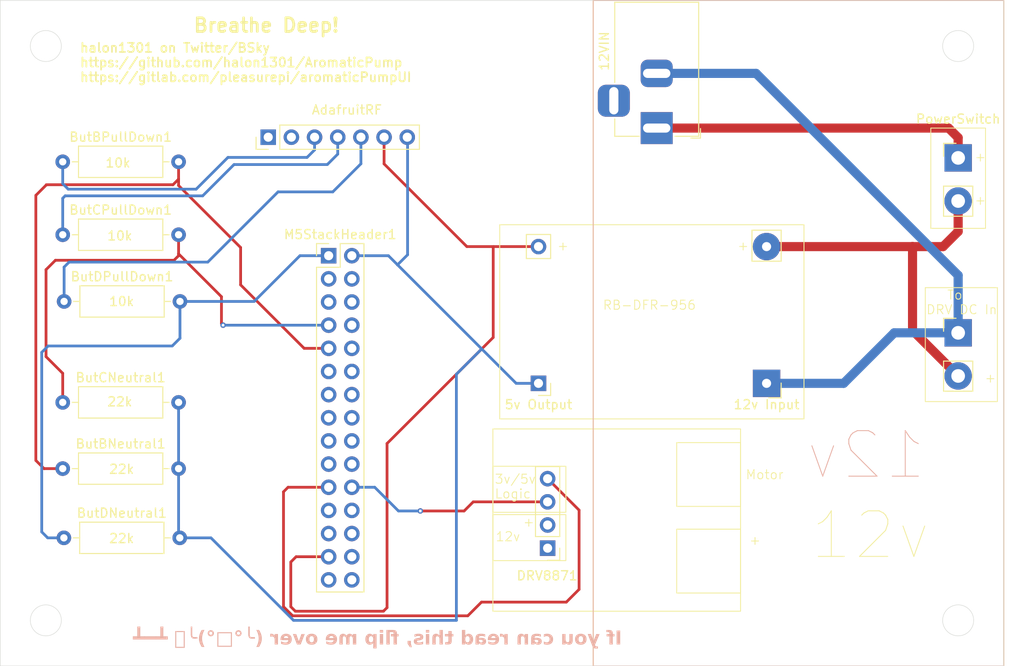
<source format=kicad_pcb>
(kicad_pcb (version 20240108) (generator "pcbnew") (generator_version "8.0")
  (title_block (title "Popper Pump") (date "2024-06-02") (rev "1.6"))
  (layers (0 "F.Cu" signal) (31 "B.Cu" signal) (34 "B.Paste" user) (35 "F.Paste" user) (36 "B.SilkS" user "B.Silkscreen") (37 "F.SilkS" user "F.Silkscreen") (38 "B.Mask" user) (39 "F.Mask" user) (44 "Edge.Cuts" user))
  (net 0 "")
  (net 1 "Net-(AdafruitRF315MhzMomentary1-Pin_5)")
  (net 3 "VCC")
  (net 4 "Net-(AdafruitRF315MhzMomentary1-Pin_3)")
  (net 5 "Net-(AdafruitRF315MhzMomentary1-Pin_4)")
  (net 7 "GND")
  (net 8 "Net-(M5StackHeader1-Pin_9)")
  (net 11 "Net-(M5StackHeader1-Pin_7)")
  (net 15 "Net-(M5StackHeader1-Pin_1)")
  (net 34 "Net-(BuckConverter1-Pin_2)")
  (net 37 "Net-(DRV8871-Pin_3)")
  (net 38 "Net-(DRV8871-Pin_4)")
  (footprint "Connector_BarrelJack:BarrelJack_Horizontal" (layer "F.Cu") (at 165.7075 71 -90)
    (property "Reference" "12VIN" (at -8.45 5.75 90) (layer "F.SilkS"))
    (property "Value" "Barrel_Jack")
    (fp_line (start -13.8 4.6) (end -13.8 -4.6) (stroke (width 0.12)) (layer "F.SilkS"))
    (fp_line (start -5 4.6) (end -13.8 4.6) (stroke (width 0.12)) (layer "F.SilkS"))
    (fp_line (start 0.9 4.6) (end -1 4.6) (stroke (width 0.12)) (layer "F.SilkS"))
    (fp_line (start 0.9 1.9) (end 0.9 4.6) (stroke (width 0.12)) (layer "F.SilkS"))
    (fp_line (start 1.1 -3.75) (end 1.1 -4.8) (stroke (width 0.12)) (layer "F.SilkS"))
    (fp_line (start -13.8 -4.6) (end 0.9 -4.6) (stroke (width 0.12)) (layer "F.SilkS"))
    (fp_line (start 0.9 -4.6) (end 0.9 -2) (stroke (width 0.12)) (layer "F.SilkS"))
    (fp_line (start 0.05 -4.8) (end 1.1 -4.8) (stroke (width 0.12)) (layer "F.SilkS"))
    (pad "1" thru_hole rect (at 0 0 270) (size 3.5 3.5) (drill oval 1 3) (layers "*.Cu" "*.Mask") (net 3 "VCC"))
    (pad "2" thru_hole roundrect (at -6 0 270) (size 3 3.5) (drill oval 1 3) (layers "*.Cu" "*.Mask") (net 7 "GND"))
    (pad "3" thru_hole roundrect (at -3 4.7 270) (size 3.5 3.5) (drill oval 3 1) (layers "*.Cu" "*.Mask"))
  )
  (footprint "Resistor_THT:R_Axial_DIN0309_L9.0mm_D3.2mm_P12.70mm_Horizontal" (layer "F.Cu") (at 100.7524 90.01568)
    (property "Reference" "ButDPullDown1" (at 6.35 -2.72 0) (layer "F.SilkS"))
    (property "Value" "10k	")
    (fp_line (start 1.04 0) (end 1.73 0) (stroke (width 0.12)) (layer "F.SilkS"))
    (fp_line (start 1.73 -1.72) (end 1.73 1.72) (stroke (width 0.12)) (layer "F.SilkS"))
    (fp_line (start 1.73 1.72) (end 10.97 1.72) (stroke (width 0.12)) (layer "F.SilkS"))
    (fp_line (start 10.97 -1.72) (end 1.73 -1.72) (stroke (width 0.12)) (layer "F.SilkS"))
    (fp_line (start 10.97 1.72) (end 10.97 -1.72) (stroke (width 0.12)) (layer "F.SilkS"))
    (fp_line (start 11.66 0) (end 10.97 0) (stroke (width 0.12)) (layer "F.SilkS"))
    (pad "1" thru_hole circle (at 0 0) (size 1.6 1.6) (drill 0.8) (layers "*.Cu" "*.Mask") (net 1 "Net-(AdafruitRF315MhzMomentary1-Pin_5)"))
    (pad "2" thru_hole oval (at 12.7 0) (size 1.6 1.6) (drill 0.8) (layers "*.Cu" "*.Mask") (net 15 "Net-(M5StackHeader1-Pin_1)"))
  )
  (footprint "Resistor_THT:R_Axial_DIN0309_L9.0mm_D3.2mm_P12.70mm_Horizontal" (layer "F.Cu") (at 100.727 115.94908)
    (property "Reference" "ButDNeutral1" (at 6.35 -2.72 0) (layer "F.SilkS"))
    (property "Value" "22k")
    (fp_line (start 1.04 0) (end 1.73 0) (stroke (width 0.12)) (layer "F.SilkS"))
    (fp_line (start 1.73 -1.72) (end 1.73 1.72) (stroke (width 0.12)) (layer "F.SilkS"))
    (fp_line (start 1.73 1.72) (end 10.97 1.72) (stroke (width 0.12)) (layer "F.SilkS"))
    (fp_line (start 10.97 -1.72) (end 1.73 -1.72) (stroke (width 0.12)) (layer "F.SilkS"))
    (fp_line (start 10.97 1.72) (end 10.97 -1.72) (stroke (width 0.12)) (layer "F.SilkS"))
    (fp_line (start 11.66 0) (end 10.97 0) (stroke (width 0.12)) (layer "F.SilkS"))
    (pad "1" thru_hole circle (at 0 0) (size 1.6 1.6) (drill 0.8) (layers "*.Cu" "*.Mask") (net 15 "Net-(M5StackHeader1-Pin_1)"))
    (pad "2" thru_hole oval (at 12.7 0) (size 1.6 1.6) (drill 0.8) (layers "*.Cu" "*.Mask") (net 7 "GND"))
  )
  (footprint "Resistor_THT:R_Axial_DIN0309_L9.0mm_D3.2mm_P12.70mm_Horizontal" (layer "F.Cu") (at 100.6 108.35448)
    (property "Reference" "ButBNeutral1" (at 6.35 -2.72 0) (layer "F.SilkS"))
    (property "Value" "22k")
    (fp_line (start 1.04 0) (end 1.73 0) (stroke (width 0.12)) (layer "F.SilkS"))
    (fp_line (start 1.73 -1.72) (end 1.73 1.72) (stroke (width 0.12)) (layer "F.SilkS"))
    (fp_line (start 1.73 1.72) (end 10.97 1.72) (stroke (width 0.12)) (layer "F.SilkS"))
    (fp_line (start 10.97 -1.72) (end 1.73 -1.72) (stroke (width 0.12)) (layer "F.SilkS"))
    (fp_line (start 10.97 1.72) (end 10.97 -1.72) (stroke (width 0.12)) (layer "F.SilkS"))
    (fp_line (start 11.66 0) (end 10.97 0) (stroke (width 0.12)) (layer "F.SilkS"))
    (pad "1" thru_hole circle (at 0 0) (size 1.6 1.6) (drill 0.8) (layers "*.Cu" "*.Mask") (net 8 "Net-(M5StackHeader1-Pin_9)"))
    (pad "2" thru_hole oval (at 12.7 0) (size 1.6 1.6) (drill 0.8) (layers "*.Cu" "*.Mask") (net 7 "GND"))
  )
  (footprint "Resistor_THT:R_Axial_DIN0309_L9.0mm_D3.2mm_P12.70mm_Horizontal" (layer "F.Cu") (at 100.6 74.69948)
    (property "Reference" "ButBPullDown1" (at 6.35 -2.72 0) (layer "F.SilkS"))
    (property "Value" "10k	" (hide yes))
    (fp_line (start 1.04 0) (end 1.73 0) (stroke (width 0.12)) (layer "F.SilkS"))
    (fp_line (start 1.73 -1.72) (end 1.73 1.72) (stroke (width 0.12)) (layer "F.SilkS"))
    (fp_line (start 1.73 1.72) (end 10.97 1.72) (stroke (width 0.12)) (layer "F.SilkS"))
    (fp_line (start 10.97 -1.72) (end 1.73 -1.72) (stroke (width 0.12)) (layer "F.SilkS"))
    (fp_line (start 10.97 1.72) (end 10.97 -1.72) (stroke (width 0.12)) (layer "F.SilkS"))
    (fp_line (start 11.66 0) (end 10.97 0) (stroke (width 0.12)) (layer "F.SilkS"))
    (pad "1" thru_hole circle (at 0 0) (size 1.6 1.6) (drill 0.8) (layers "*.Cu" "*.Mask") (net 4 "Net-(AdafruitRF315MhzMomentary1-Pin_3)"))
    (pad "2" thru_hole oval (at 12.7 0) (size 1.6 1.6) (drill 0.8) (layers "*.Cu" "*.Mask") (net 8 "Net-(M5StackHeader1-Pin_9)"))
  )
  (footprint "Connector_PinHeader_2.54mm:PinHeader_2x15_P2.54mm_Vertical" (layer "F.Cu") (at 129.75 85)
    (property "Reference" "M5StackHeader1" (at 1.27 -2.33 0) (layer "F.SilkS"))
    (property "Value" "M5StackGPIO")
    (fp_line (start -1.33 -1.33) (end 0 -1.33) (stroke (width 0.12)) (layer "F.SilkS"))
    (fp_line (start -1.33 0) (end -1.33 -1.33) (stroke (width 0.12)) (layer "F.SilkS"))
    (fp_line (start -1.33 1.27) (end -1.33 36.89) (stroke (width 0.12)) (layer "F.SilkS"))
    (fp_line (start -1.33 1.27) (end 1.27 1.27) (stroke (width 0.12)) (layer "F.SilkS"))
    (fp_line (start -1.33 36.89) (end 3.87 36.89) (stroke (width 0.12)) (layer "F.SilkS"))
    (fp_line (start 1.27 -1.33) (end 3.87 -1.33) (stroke (width 0.12)) (layer "F.SilkS"))
    (fp_line (start 1.27 1.27) (end 1.27 -1.33) (stroke (width 0.12)) (layer "F.SilkS"))
    (fp_line (start 3.87 -1.33) (end 3.87 36.89) (stroke (width 0.12)) (layer "F.SilkS"))
    (pad "1" thru_hole rect (at 0 0) (size 1.7 1.7) (drill 1) (layers "*.Cu" "*.Mask") (net 15 "Net-(M5StackHeader1-Pin_1)"))
    (pad "2" thru_hole oval (at 2.54 0) (size 1.7 1.7) (drill 1) (layers "*.Cu" "*.Mask") (net 7 "GND"))
    (pad "3" thru_hole oval (at 0 2.54) (size 1.7 1.7) (drill 1) (layers "*.Cu" "*.Mask"))
    (pad "4" thru_hole oval (at 2.54 2.54) (size 1.7 1.7) (drill 1) (layers "*.Cu" "*.Mask"))
    (pad "5" thru_hole oval (at 0 5.08) (size 1.7 1.7) (drill 1) (layers "*.Cu" "*.Mask"))
    (pad "6" thru_hole oval (at 2.54 5.08) (size 1.7 1.7) (drill 1) (layers "*.Cu" "*.Mask"))
    (pad "7" thru_hole oval (at 0 7.62) (size 1.7 1.7) (drill 1) (layers "*.Cu" "*.Mask") (net 11 "Net-(M5StackHeader1-Pin_7)"))
    (pad "8" thru_hole oval (at 2.54 7.62) (size 1.7 1.7) (drill 1) (layers "*.Cu" "*.Mask"))
    (pad "9" thru_hole oval (at 0 10.16) (size 1.7 1.7) (drill 1) (layers "*.Cu" "*.Mask") (net 8 "Net-(M5StackHeader1-Pin_9)"))
    (pad "10" thru_hole oval (at 2.54 10.16) (size 1.7 1.7) (drill 1) (layers "*.Cu" "*.Mask"))
    (pad "11" thru_hole oval (at 0 12.7) (size 1.7 1.7) (drill 1) (layers "*.Cu" "*.Mask"))
    (pad "12" thru_hole oval (at 2.54 12.7) (size 1.7 1.7) (drill 1) (layers "*.Cu" "*.Mask"))
    (pad "13" thru_hole oval (at 0 15.24) (size 1.7 1.7) (drill 1) (layers "*.Cu" "*.Mask"))
    (pad "14" thru_hole oval (at 2.54 15.24) (size 1.7 1.7) (drill 1) (layers "*.Cu" "*.Mask"))
    (pad "15" thru_hole oval (at 0 17.78) (size 1.7 1.7) (drill 1) (layers "*.Cu" "*.Mask"))
    (pad "16" thru_hole oval (at 2.54 17.78) (size 1.7 1.7) (drill 1) (layers "*.Cu" "*.Mask"))
    (pad "17" thru_hole oval (at 0 20.32) (size 1.7 1.7) (drill 1) (layers "*.Cu" "*.Mask"))
    (pad "18" thru_hole oval (at 2.54 20.32) (size 1.7 1.7) (drill 1) (layers "*.Cu" "*.Mask"))
    (pad "19" thru_hole oval (at 0 22.86) (size 1.7 1.7) (drill 1) (layers "*.Cu" "*.Mask"))
    (pad "20" thru_hole oval (at 2.54 22.86) (size 1.7 1.7) (drill 1) (layers "*.Cu" "*.Mask"))
    (pad "21" thru_hole oval (at 0 25.4) (size 1.7 1.7) (drill 1) (layers "*.Cu" "*.Mask") (net 38 "Net-(DRV8871-Pin_4)"))
    (pad "22" thru_hole oval (at 2.54 25.4) (size 1.7 1.7) (drill 1) (layers "*.Cu" "*.Mask") (net 37 "Net-(DRV8871-Pin_3)"))
    (pad "23" thru_hole oval (at 0 27.94) (size 1.7 1.7) (drill 1) (layers "*.Cu" "*.Mask"))
    (pad "24" thru_hole oval (at 2.54 27.94) (size 1.7 1.7) (drill 1) (layers "*.Cu" "*.Mask"))
    (pad "25" thru_hole oval (at 0 30.48) (size 1.7 1.7) (drill 1) (layers "*.Cu" "*.Mask"))
    (pad "26" thru_hole oval (at 2.54 30.48) (size 1.7 1.7) (drill 1) (layers "*.Cu" "*.Mask"))
    (pad "27" thru_hole oval (at 0 33.02) (size 1.7 1.7) (drill 1) (layers "*.Cu" "*.Mask") (net 3 "VCC"))
    (pad "28" thru_hole oval (at 2.54 33.02) (size 1.7 1.7) (drill 1) (layers "*.Cu" "*.Mask"))
    (pad "29" thru_hole oval (at 0 35.56) (size 1.7 1.7) (drill 1) (layers "*.Cu" "*.Mask"))
    (pad "30" thru_hole oval (at 2.54 35.56) (size 1.7 1.7) (drill 1) (layers "*.Cu" "*.Mask"))
  )
  (footprint "Custom:PinHeader_1x02_P2.54mm_Vertical-BuckConverter-DFR-956" (layer "F.Cu") (at 152.75 99 180)
    (property "Reference" "5v Output" (at 0 -2.33 180) (layer "F.SilkS"))
    (property "Value" "RB-Dfr-956-5vout")
    (fp_line (start 1.33 13.7) (end 1.33 16.3) (stroke (width 0.12)) (layer "F.SilkS"))
    (fp_line (start -1.33 16.33) (end 1.33 16.33) (stroke (width 0.12)) (layer "F.SilkS"))
    (fp_line (start -1.33 13.7) (end -1.33 16.3) (stroke (width 0.12)) (layer "F.SilkS"))
    (fp_line (start -1.33 13.69) (end 1.33 13.69) (stroke (width 0.12)) (layer "F.SilkS"))
    (fp_line (start -1.33 0) (end -1.33 -1.33) (stroke (width 0.12)) (layer "F.SilkS"))
    (fp_line (start -1.33 -1.33) (end 0 -1.33) (stroke (width 0.12)) (layer "F.SilkS"))
    (pad "1" thru_hole rect (at 0 0 180) (size 1.7 1.7) (drill 1) (layers "*.Cu" "*.Mask") (net 7 "GND"))
    (pad "2" thru_hole oval (at 0 15 180) (size 1.7 1.7) (drill 1) (layers "*.Cu" "*.Mask") (net 3 "VCC"))
  )
  (footprint "Connector_PinHeader_2.54mm:PinHeader_1x04_P2.54mm_Vertical" (layer "F.Cu") (at 153.75 117.08 180)
    (property "Reference" "DRV8871" (at 0.05 -3.02 180) (layer "F.SilkS"))
    (property "Value" "DRV8871")
    (fp_line (start 1.33 1.27) (end 1.33 8.95) (stroke (width 0.12)) (layer "F.SilkS"))
    (fp_line (start -1.33 8.95) (end 1.33 8.95) (stroke (width 0.12)) (layer "F.SilkS"))
    (fp_line (start -1.33 1.27) (end 1.33 1.27) (stroke (width 0.12)) (layer "F.SilkS"))
    (fp_line (start -1.33 1.27) (end -1.33 8.95) (stroke (width 0.12)) (layer "F.SilkS"))
    (fp_line (start -1.33 0) (end -1.33 -1.33) (stroke (width 0.12)) (layer "F.SilkS"))
    (fp_line (start -1.33 -1.33) (end 0 -1.33) (stroke (width 0.12)) (layer "F.SilkS"))
    (pad "1" thru_hole rect (at 0 0 180) (size 1.7 1.7) (drill 1) (layers "*.Cu" "*.Mask"))
    (pad "2" thru_hole oval (at 0 2.54 180) (size 1.7 1.7) (drill 1) (layers "*.Cu" "*.Mask"))
    (pad "3" thru_hole oval (at 0 5.08 180) (size 1.7 1.7) (drill 1) (layers "*.Cu" "*.Mask") (net 37 "Net-(DRV8871-Pin_3)"))
    (pad "4" thru_hole oval (at 0 7.62 180) (size 1.7 1.7) (drill 1) (layers "*.Cu" "*.Mask") (net 38 "Net-(DRV8871-Pin_4)"))
  )
  (footprint "Custom:PinHeader_1x02_ForScrewBlock-1.5mmHole" (layer "F.Cu") (at 198.75 74.27)
    (property "Reference" "PowerSwitch" (at 0 -4.27 0) (layer "F.SilkS"))
    (property "Value" "SW_SPDT" (hide yes))
    (fp_line (start -1.6 -1.6) (end -0.235 -1.6) (stroke (width 0.12)) (layer "F.SilkS"))
    (fp_line (start -1.6 -0.17) (end -1.6 -1.6) (stroke (width 0.12)) (layer "F.SilkS"))
    (fp_line (start -1.6 3.1) (end -1.6 6.4) (stroke (width 0.12)) (layer "F.SilkS"))
    (fp_line (start -1.6 3.1) (end 1.6 3.1) (stroke (width 0.12)) (layer "F.SilkS"))
    (fp_line (start -1.6 6.4) (end 1.6 6.4) (stroke (width 0.12)) (layer "F.SilkS"))
    (fp_line (start 1.6 3.1) (end 1.6 6.4) (stroke (width 0.12)) (layer "F.SilkS"))
    (pad "1" thru_hole rect (at 0 0) (size 3 3) (drill 1.5) (layers "*.Cu" "*.Mask") (net 3 "VCC"))
    (pad "2" thru_hole oval (at 0 4.73) (size 3 3) (drill 1.5) (layers "*.Cu" "*.Mask") (net 3 "VCC"))
  )
  (footprint "Resistor_THT:R_Axial_DIN0309_L9.0mm_D3.2mm_P12.70mm_Horizontal" (layer "F.Cu") (at 100.6 101.09008)
    (property "Reference" "ButCNeutral1" (at 6.35 -2.72 0) (layer "F.SilkS"))
    (property "Value" "22k")
    (fp_line (start 1.04 0) (end 1.73 0) (stroke (width 0.12)) (layer "F.SilkS"))
    (fp_line (start 1.73 -1.72) (end 1.73 1.72) (stroke (width 0.12)) (layer "F.SilkS"))
    (fp_line (start 1.73 1.72) (end 10.97 1.72) (stroke (width 0.12)) (layer "F.SilkS"))
    (fp_line (start 10.97 -1.72) (end 1.73 -1.72) (stroke (width 0.12)) (layer "F.SilkS"))
    (fp_line (start 10.97 1.72) (end 10.97 -1.72) (stroke (width 0.12)) (layer "F.SilkS"))
    (fp_line (start 11.66 0) (end 10.97 0) (stroke (width 0.12)) (layer "F.SilkS"))
    (pad "1" thru_hole circle (at 0 0) (size 1.6 1.6) (drill 0.8) (layers "*.Cu" "*.Mask") (net 11 "Net-(M5StackHeader1-Pin_7)"))
    (pad "2" thru_hole oval (at 12.7 0) (size 1.6 1.6) (drill 0.8) (layers "*.Cu" "*.Mask") (net 7 "GND"))
  )
  (footprint "Connector_PinHeader_2.54mm:PinHeader_1x07_P2.54mm_Vertical" (layer "F.Cu") (at 123.125 72 90)
    (property "Reference" "AdafruitRF" (at 3 8.625 180) (layer "F.SilkS"))
    (property "Value" "Adafruit-1096")
    (fp_line (start -1.33 -1.33) (end 0 -1.33) (stroke (width 0.12)) (layer "F.SilkS"))
    (fp_line (start -1.33 0) (end -1.33 -1.33) (stroke (width 0.12)) (layer "F.SilkS"))
    (fp_line (start 1.33 1.27) (end 1.33 16.57) (stroke (width 0.12)) (layer "F.SilkS"))
    (fp_line (start -1.33 1.27) (end 1.33 1.27) (stroke (width 0.12)) (layer "F.SilkS"))
    (fp_line (start -1.33 1.27) (end -1.33 16.57) (stroke (width 0.12)) (layer "F.SilkS"))
    (fp_line (start -1.33 16.57) (end 1.33 16.57) (stroke (width 0.12)) (layer "F.SilkS"))
    (pad "1" thru_hole rect (at 0 0 90) (size 1.7 1.7) (drill 1) (layers "*.Cu" "*.Mask"))
    (pad "2" thru_hole oval (at 0 2.54 90) (size 1.7 1.7) (drill 1) (layers "*.Cu" "*.Mask"))
    (pad "3" thru_hole oval (at 0 5.08 90) (size 1.7 1.7) (drill 1) (layers "*.Cu" "*.Mask") (net 4 "Net-(AdafruitRF315MhzMomentary1-Pin_3)"))
    (pad "4" thru_hole oval (at 0 7.62 90) (size 1.7 1.7) (drill 1) (layers "*.Cu" "*.Mask") (net 5 "Net-(AdafruitRF315MhzMomentary1-Pin_4)"))
    (pad "5" thru_hole oval (at 0 10.16 90) (size 1.7 1.7) (drill 1) (layers "*.Cu" "*.Mask") (net 1 "Net-(AdafruitRF315MhzMomentary1-Pin_5)"))
    (pad "6" thru_hole oval (at 0 12.7 90) (size 1.7 1.7) (drill 1) (layers "*.Cu" "*.Mask") (net 3 "VCC"))
    (pad "7" thru_hole oval (at 0 15.24 90) (size 1.7 1.7) (drill 1) (layers "*.Cu" "*.Mask") (net 7 "GND"))
  )
  (footprint "Resistor_THT:R_Axial_DIN0309_L9.0mm_D3.2mm_P12.70mm_Horizontal" (layer "F.Cu") (at 100.6 82.69948)
    (property "Reference" "ButCPullDown1" (at 6.35 -2.72 0) (layer "F.SilkS"))
    (property "Value" "10k" (hide yes))
    (fp_line (start 1.04 0) (end 1.73 0) (stroke (width 0.12)) (layer "F.SilkS"))
    (fp_line (start 1.73 -1.72) (end 1.73 1.72) (stroke (width 0.12)) (layer "F.SilkS"))
    (fp_line (start 1.73 1.72) (end 10.97 1.72) (stroke (width 0.12)) (layer "F.SilkS"))
    (fp_line (start 10.97 -1.72) (end 1.73 -1.72) (stroke (width 0.12)) (layer "F.SilkS"))
    (fp_line (start 10.97 1.72) (end 10.97 -1.72) (stroke (width 0.12)) (layer "F.SilkS"))
    (fp_line (start 11.66 0) (end 10.97 0) (stroke (width 0.12)) (layer "F.SilkS"))
    (pad "1" thru_hole circle (at 0 0) (size 1.6 1.6) (drill 0.8) (layers "*.Cu" "*.Mask") (net 5 "Net-(AdafruitRF315MhzMomentary1-Pin_4)"))
    (pad "2" thru_hole oval (at 12.7 0) (size 1.6 1.6) (drill 0.8) (layers "*.Cu" "*.Mask") (net 11 "Net-(M5StackHeader1-Pin_7)"))
  )
  (footprint "Custom:PinHeader_1x02_ForScrewBlock-1.5mmHole" (layer "F.Cu") (at 198.75 93.46)
    (property "Reference" "DRV1" (hide yes))
    (property "Value" "DRV8871-VIN-12v")
    (fp_line (start -1.6 -1.6) (end -0.235 -1.6) (stroke (width 0.12)) (layer "F.SilkS"))
    (fp_line (start -1.6 -0.17) (end -1.6 -1.6) (stroke (width 0.12)) (layer "F.SilkS"))
    (fp_line (start -1.6 3.1) (end -1.6 6.4) (stroke (width 0.12)) (layer "F.SilkS"))
    (fp_line (start -1.6 3.1) (end 1.6 3.1) (stroke (width 0.12)) (layer "F.SilkS"))
    (fp_line (start -1.6 6.4) (end 1.6 6.4) (stroke (width 0.12)) (layer "F.SilkS"))
    (fp_line (start 1.6 3.1) (end 1.6 6.4) (stroke (width 0.12)) (layer "F.SilkS"))
    (pad "1" thru_hole rect (at 0 0) (size 3 3) (drill 1.5) (layers "*.Cu" "*.Mask") (net 7 "GND"))
    (pad "2" thru_hole oval (at 0 4.73) (size 3 3) (drill 1.5) (layers "*.Cu" "*.Mask") (net 34 "Net-(BuckConverter1-Pin_2)"))
  )
  (footprint "Custom:PinHeader_1x02_P2.54mm_Vertical-BuckConverter-DFR-956" (layer "F.Cu") (at 177.75 99 180)
    (property "Reference" "12v Input" (at 0 -2.33 180) (layer "F.SilkS"))
    (property "Value" "RB-Dfr-956-12vin")
    (fp_line (start 1.6 13.4) (end 1.6 16.8) (stroke (width 0.12)) (layer "F.SilkS"))
    (fp_line (start -1.6 16.8) (end 1.6 16.8) (stroke (width 0.12)) (layer "F.SilkS"))
    (fp_line (start -1.6 13.4) (end 1.6 13.4) (stroke (width 0.12)) (layer "F.SilkS"))
    (fp_line (start -1.6 13.4) (end -1.6 16.8) (stroke (width 0.12)) (layer "F.SilkS"))
    (fp_line (start -1.6 0.03) (end -1.6 -1.6) (stroke (width 0.12)) (layer "F.SilkS"))
    (fp_line (start -1.6 -1.6) (end -0.235 -1.6) (stroke (width 0.12)) (layer "F.SilkS"))
    (pad "1" thru_hole rect (at 0 0 180) (size 3 3) (drill 1) (layers "*.Cu" "*.Mask") (net 7 "GND"))
    (pad "2" thru_hole oval (at 0 15 180) (size 3 3) (drill 1) (layers "*.Cu" "*.Mask") (net 3 "VCC"))
  )
  (gr_rect (start 158.75 57) (end 203.75 130) (stroke (width 0.1)) (fill none) (layer "B.SilkS"))
  (gr_rect (start 195.75 71) (end 201.75 82) (stroke (width 0.1)) (fill none) (layer "F.SilkS"))
  (gr_rect (start 195.15 88.5) (end 203.05 101) (stroke (width 0.1)) (fill none) (layer "F.SilkS"))
  (gr_rect (start 147.75 104) (end 174.9 124) (stroke (width 0.1)) (fill none) (layer "F.SilkS"))
  (gr_rect (start 158.75 57) (end 203.75 130) (stroke (width 0.1)) (fill none) (layer "F.SilkS"))
  (gr_rect (start 167.9 105.5) (end 174.9 112.5) (stroke (width 0.1)) (fill none) (layer "F.SilkS"))
  (gr_rect (start 147.75 108.1) (end 155.75 113.15) (stroke (width 0.1)) (fill none) (layer "F.SilkS"))
  (gr_rect (start 167.9 115) (end 174.9 122) (stroke (width 0.1)) (fill none) (layer "F.SilkS"))
  (gr_rect (start 148.5 81.6) (end 181.85 102.9) (stroke (width 0.1)) (fill none) (layer "F.SilkS"))
  (gr_rect (start 147.75 113.4) (end 155.75 118.45) (stroke (width 0.1)) (fill none) (layer "F.SilkS"))
  (gr_line (start 93.75 130) (end 93.75 57) (stroke (width 0.05)) (layer "Edge.Cuts"))
  (gr_circle (center 98.75 62) (end 100.45 62) (stroke (width 0.05)) (fill none) (layer "Edge.Cuts"))
  (gr_line (start 203.75 57) (end 203.75 130) (stroke (width 0.05)) (layer "Edge.Cuts"))
  (gr_circle (center 198.75 62) (end 200.45 62) (stroke (width 0.05)) (fill none) (layer "Edge.Cuts"))
  (gr_line (start 203.75 130) (end 93.75 130) (stroke (width 0.05)) (layer "Edge.Cuts"))
  (gr_line (start 93.75 57) (end 203.75 57) (stroke (width 0.05)) (layer "Edge.Cuts"))
  (gr_circle (center 98.75 125) (end 100.45 125) (stroke (width 0.05)) (fill none) (layer "Edge.Cuts"))
  (gr_circle (center 198.75 125) (end 200.45 125) (stroke (width 0.05)) (fill none) (layer "Edge.Cuts"))
  (gr_text "If you can read this, flip me over (╯°□°)╯︵ ┻━┻" (at 161.9 127.9 0) (layer "B.SilkS") (effects (font (size 1.5 1.5) (thickness 0.3) (bold yes)) (justify left bottom mirror)))
  (gr_text "12v" (at 195.4 109.8 0) (layer "B.SilkS") (effects (font (size 5 5) (thickness 0.1)) (justify left bottom mirror)))
  (gr_text "+" (at 200.5 74.75 0) (layer "F.SilkS") (effects (font (size 1 1) (thickness 0.1)) (justify left bottom)))
  (gr_text "+" (at 154.75 84.5 0) (layer "F.SilkS") (effects (font (size 1 1) (thickness 0.1)) (justify left bottom)))
  (gr_text "Breathe Deep!" (at 114.8 60.6 0) (layer "F.SilkS") (effects (font (size 1.5 1.5) (thickness 0.3) (bold yes)) (justify left bottom)))
  (gr_text "22k" (at 105.6 116.6 0) (layer "F.SilkS") (effects (font (size 1 1)) (justify left bottom)))
  (gr_text "10k" (at 105.6 90.6 0) (layer "F.SilkS") (effects (font (size 1 1)) (justify left bottom)))
  (gr_text "+" (at 174.5 84.5 0) (layer "F.SilkS") (effects (font (size 1 1) (thickness 0.1)) (justify left bottom)))
  (gr_text "12v" (at 148 116.4 0) (layer "F.SilkS") (effects (font (size 1 1) (thickness 0.1)) (justify left bottom)))
  (gr_text "3v/5v \nLogic" (at 147.9 111.7 0) (layer "F.SilkS") (effects (font (size 1 1) (thickness 0.1)) (justify left bottom)))
  (gr_text "10k" (at 105.2 75.4 0) (layer "F.SilkS") (effects (font (size 1 1)) (justify left bottom)))
  (gr_text "12v" (at 182.4 118.6 0) (layer "F.SilkS") (effects (font (size 5 5) (thickness 0.1)) (justify left bottom)))
  (gr_text "+" (at 200.5 79.5 0) (layer "F.SilkS") (effects (font (size 1 1) (thickness 0.1)) (justify left bottom)))
  (gr_text "22k" (at 105.6 109 0) (layer "F.SilkS") (effects (font (size 1 1)) (justify left bottom)))
  (gr_text "   To\nDRV DC In" (at 195.2 91.5 0) (layer "F.SilkS") (effects (font (size 1 1) (thickness 0.1)) (justify left bottom)))
  (gr_text "+" (at 175.8 116.8 0) (layer "F.SilkS") (effects (font (size 1 1) (thickness 0.1)) (justify left bottom)))
  (gr_text "RB-DFR-956" (at 159.75 91 0) (layer "F.SilkS") (effects (font (size 1 1) (thickness 0.1)) (justify left bottom)))
  (gr_text "10k" (at 105.4 83.4 0) (layer "F.SilkS") (effects (font (size 1 1)) (justify left bottom)))
  (gr_text "Motor" (at 175.4 109.6 0) (layer "F.SilkS") (effects (font (size 1 1) (thickness 0.1)) (justify left bottom)))
  (gr_text "+" (at 201.6 99 0) (layer "F.SilkS") (effects (font (size 1 1) (thickness 0.1)) (justify left bottom)))
  (gr_text "22k" (at 105.4 101.6 0) (layer "F.SilkS") (effects (font (size 1 1)) (justify left bottom)))
  (gr_text "halon1301 on Twitter/BSky\nhttps://github.com/halon1301/AromaticPump\nhttps://gitlab.com/pleasurepi/aromaticPumpUI\n" (at 102.4 66 0) (layer "F.SilkS") (effects (font (size 1 1) (thickness 0.1875)) (justify left bottom)))
  (gr_text "+" (at 151 114.8 0) (layer "F.SilkS") (effects (font (size 1 1) (thickness 0.1)) (justify left bottom)))
  (segment (start 100.7524 86.2476) (end 101.3 85.7) (width 0.3) (layer "B.Cu") (net 1))
  (segment (start 100.7524 90.01568) (end 100.7524 86.2476) (width 0.3) (layer "B.Cu") (net 1))
  (segment (start 124.19808 78) (end 130.2 78) (width 0.3) (layer "B.Cu") (net 1))
  (segment (start 133.285 74.915) (end 133.285 72) (width 0.3) (layer "B.Cu") (net 1))
  (segment (start 101.3 85.7) (end 116.49808 85.7) (width 0.3) (layer "B.Cu") (net 1))
  (segment (start 116.49808 85.7) (end 124.19808 78) (width 0.3) (layer "B.Cu") (net 1))
  (segment (start 130.2 78) (end 133.285 74.915) (width 0.3) (layer "B.Cu") (net 1))
  (segment (start 147.825 84) (end 152.75 84) (width 0.3) (layer "F.Cu") (net 3))
  (segment (start 135.825 74.925) (end 135.825 72) (width 0.3) (layer "F.Cu") (net 3))
  (segment (start 125.6 123.5) (end 125.6 118.6) (width 0.3) (layer "F.Cu") (net 3))
  (segment (start 147.825 84) (end 147.7875 84.0375) (width 0.3) (layer "F.Cu") (net 3))
  (segment (start 147.7875 84.0375) (end 147.7875 93.9625) (width 0.3) (layer "F.Cu") (net 3))
  (segment (start 136.15 105.6) (end 136.15 123.6) (width 0.3) (layer "F.Cu") (net 3))
  (segment (start 147.7875 93.9625) (end 136.15 105.6) (width 0.3) (layer "F.Cu") (net 3))
  (segment (start 198.75 82.35) (end 197.1 84) (width 1) (layer "F.Cu") (net 3))
  (segment (start 193.75 84) (end 193.75 93.19) (width 1) (layer "F.Cu") (net 3))
  (segment (start 198.75 79) (end 198.75 82.35) (width 1) (layer "F.Cu") (net 3))
  (segment (start 144.9 84) (end 135.825 74.925) (width 0.3) (layer "F.Cu") (net 3))
  (segment (start 147.825 84) (end 144.9 84) (width 0.3) (layer "F.Cu") (net 3))
  (segment (start 193.75 84) (end 177.75 84) (width 1) (layer "F.Cu") (net 3))
  (segment (start 135.75 124) (end 126.1 124) (width 0.3) (layer "F.Cu") (net 3))
  (segment (start 197.7 71) (end 198.75 72.05) (width 1) (layer "F.Cu") (net 3))
  (segment (start 193.75 93.19) (end 198.75 98.19) (width 1) (layer "F.Cu") (net 3))
  (segment (start 197.1 84) (end 193.75 84) (width 1) (layer "F.Cu") (net 3))
  (segment (start 165.7075 71) (end 197.7 71) (width 1) (layer "F.Cu") (net 3))
  (segment (start 136.15 123.6) (end 135.75 124) (width 0.3) (layer "F.Cu") (net 3))
  (segment (start 198.75 72.05) (end 198.75 74.27) (width 1) (layer "F.Cu") (net 3))
  (segment (start 126.18 118.02) (end 129.75 118.02) (width 0.3) (layer "F.Cu") (net 3))
  (segment (start 125.6 118.6) (end 126.18 118.02) (width 0.3) (layer "F.Cu") (net 3))
  (segment (start 126.1 124) (end 125.6 123.5) (width 0.3) (layer "F.Cu") (net 3))
  (segment (start 165.7075 71) (end 165.7075 71.9575) (width 0.2) (layer "F.Cu") (net 3))
  (segment (start 118.7102 74.21688) (end 127.38312 74.21688) (width 0.3) (layer "B.Cu") (net 4))
  (segment (start 100.6 74.69948) (end 100.6 77.1) (width 0.3) (layer "B.Cu") (net 4))
  (segment (start 127.38312 74.21688) (end 128.205 73.395) (width 0.3) (layer "B.Cu") (net 4))
  (segment (start 101.19948 77.69948) (end 115.2276 77.69948) (width 0.3) (layer "B.Cu") (net 4))
  (segment (start 128.205 73.395) (end 128.205 72) (width 0.3) (layer "B.Cu") (net 4))
  (segment (start 115.2276 77.69948) (end 118.7102 74.21688) (width 0.3) (layer "B.Cu") (net 4))
  (segment (start 100.6 77.1) (end 101.19948 77.69948) (width 0.3) (layer "B.Cu") (net 4))
  (segment (start 119.37488 75) (end 115.9416 78.43328) (width 0.3) (layer "B.Cu") (net 5))
  (segment (start 130.745 73.855) (end 129.6 75) (width 0.3) (layer "B.Cu") (net 5))
  (segment (start 115.9416 78.43328) (end 100.86672 78.43328) (width 0.3) (layer "B.Cu") (net 5))
  (segment (start 130.745 72) (end 130.745 73.855) (width 0.3) (layer "B.Cu") (net 5))
  (segment (start 129.6 75) (end 119.37488 75) (width 0.3) (layer "B.Cu") (net 5))
  (segment (start 100.86672 78.43328) (end 100.6 78.7) (width 0.3) (layer "B.Cu") (net 5))
  (segment (start 100.6 78.7) (end 100.6 82.69948) (width 0.3) (layer "B.Cu") (net 5))
  (segment (start 132.29 85) (end 136.3 85) (width 0.3) (layer "B.Cu") (net 7))
  (segment (start 138.4 84.9) (end 138.4 72.035) (width 0.3) (layer "B.Cu") (net 7))
  (segment (start 198.75 87.15) (end 198.75 93.46) (width 1) (layer "B.Cu") (net 7))
  (segment (start 137.3 86) (end 138.4 84.9) (width 0.3) (layer "B.Cu") (net 7))
  (segment (start 177.75 99) (end 186.2 99) (width 1) (layer "B.Cu") (net 7))
  (segment (start 136.3 85) (end 137.3 86) (width 0.3) (layer "B.Cu") (net 7))
  (segment (start 143.75 98) (end 143.75 125) (width 0.3) (layer "B.Cu") (net 7))
  (segment (start 176.6 65) (end 198.75 87.15) (width 1) (layer "B.Cu") (net 7))
  (segment (start 125.9 125) (end 116.84908 115.94908) (width 0.3) (layer "B.Cu") (net 7))
  (segment (start 150.3 99) (end 137.3 86) (width 0.3) (layer "B.Cu") (net 7))
  (segment (start 186.2 99) (end 191.74 93.46) (width 1) (layer "B.Cu") (net 7))
  (segment (start 146.525 95.225) (end 143.75 98) (width 0.3) (layer "B.Cu") (net 7))
  (segment (start 113.3 115.82208) (end 113.427 115.94908) (width 0.2) (layer "B.Cu") (net 7))
  (segment (start 152.75 99) (end 152.75 98.45) (width 0.2) (layer "B.Cu") (net 7))
  (segment (start 150.3 99) (end 152.75 99) (width 0.3) (layer "B.Cu") (net 7))
  (segment (start 113.3 108.35448) (end 113.3 115.82208) (width 0.3) (layer "B.Cu") (net 7))
  (segment (start 143.75 125) (end 125.9 125) (width 0.3) (layer "B.Cu") (net 7))
  (segment (start 138.4 72.035) (end 138.365 72) (width 0.3) (layer "B.Cu") (net 7))
  (segment (start 191.74 93.46) (end 198.75 93.46) (width 1) (layer "B.Cu") (net 7))
  (segment (start 113.3 101.09008) (end 113.3 108.35448) (width 0.3) (layer "B.Cu") (net 7))
  (segment (start 116.84908 115.94908) (end 113.427 115.94908) (width 0.3) (layer "B.Cu") (net 7))
  (segment (start 165.7075 65) (end 176.6 65) (width 1) (layer "B.Cu") (net 7))
  (segment (start 97.6536 78.38248) (end 97.6536 107.4536) (width 0.3) (layer "F.Cu") (net 8))
  (segment (start 120.1 88.2) (end 120.1 84.1) (width 0.3) (layer "F.Cu") (net 8))
  (segment (start 113.3 77.3) (end 113.3 76.6) (width 0.3) (layer "F.Cu") (net 8))
  (segment (start 129.75 95.16) (end 127.06 95.16) (width 0.3) (layer "F.Cu") (net 8))
  (segment (start 97.6536 107.4536) (end 98.55448 108.35448) (width 0.3) (layer "F.Cu") (net 8))
  (segment (start 98.7966 77.21408) (end 98.7966 77.23948) (width 0.2) (layer "F.Cu") (net 8))
  (segment (start 120.1 84.1) (end 113.3 77.3) (width 0.3) (layer "F.Cu") (net 8))
  (segment (start 113.3 76.6) (end 112.68592 77.21408) (width 0.3) (layer "F.Cu") (net 8))
  (segment (start 98.7966 77.23948) (end 97.6536 78.38248) (width 0.3) (layer "F.Cu") (net 8))
  (segment (start 98.55448 108.35448) (end 100.6 108.35448) (width 0.3) (layer "F.Cu") (net 8))
  (segment (start 127.06 95.16) (end 120.1 88.2) (width 0.3) (layer "F.Cu") (net 8))
  (segment (start 112.68592 77.21408) (end 98.7966 77.21408) (width 0.3) (layer "F.Cu") (net 8))
  (segment (start 113.3 76.6) (end 113.3 74.69948) (width 0.3) (layer "F.Cu") (net 8))
  (segment (start 118 92.44) (end 118 89.5) (width 0.3) (layer "F.Cu") (net 11))
  (segment (start 118 89.5) (end 113.3 84.8) (width 0.3) (layer "F.Cu") (net 11))
  (segment (start 98.7712 86.5288) (end 98.7712 96.0712) (width 0.3) (layer "F.Cu") (net 11))
  (segment (start 99.8 85.5) (end 98.7712 86.5288) (width 0.3) (layer "F.Cu") (net 11))
  (segment (start 113.3 84.8) (end 113.3 85) (width 0.3) (layer "F.Cu") (net 11))
  (segment (start 98.7712 96.0712) (end 100.6 97.9) (width 0.3) (layer "F.Cu") (net 11))
  (segment (start 113.3 82.69948) (end 113.3 84.8) (width 0.3) (layer "F.Cu") (net 11))
  (segment (start 112.8 85.5) (end 99.8 85.5) (width 0.3) (layer "F.Cu") (net 11))
  (segment (start 113.3 85) (end 112.8 85.5) (width 0.3) (layer "F.Cu") (net 11))
  (segment (start 118.18 92.62) (end 118 92.44) (width 0.3) (layer "F.Cu") (net 11))
  (segment (start 100.6 97.9) (end 100.6 101.09008) (width 0.3) (layer "F.Cu") (net 11))
  (via (at 118.18 92.62) (size 0.6) (drill 0.3) (layers "F.Cu" "B.Cu") (net 11))
  (segment (start 118.18 92.62) (end 129.75 92.62) (width 0.3) (layer "B.Cu") (net 11))
  (segment (start 98.3 95.6) (end 98.3 115.3) (width 0.3) (layer "B.Cu") (net 15))
  (segment (start 99 94.9) (end 98.3 95.6) (width 0.3) (layer "B.Cu") (net 15))
  (segment (start 126.6 85) (end 129.75 85) (width 0.3) (layer "B.Cu") (net 15))
  (segment (start 113.4524 94.05428) (end 112.60668 94.9) (width 0.3) (layer "B.Cu") (net 15))
  (segment (start 98.3 115.3) (end 98.94908 115.94908) (width 0.3) (layer "B.Cu") (net 15))
  (segment (start 121.58432 90.01568) (end 126.6 85) (width 0.3) (layer "B.Cu") (net 15))
  (segment (start 113.4524 90.01568) (end 113.4524 94.05428) (width 0.3) (layer "B.Cu") (net 15))
  (segment (start 113.4524 90.01568) (end 121.58432 90.01568) (width 0.3) (layer "B.Cu") (net 15))
  (segment (start 112.60668 94.9) (end 99 94.9) (width 0.3) (layer "B.Cu") (net 15))
  (segment (start 98.94908 115.94908) (end 100.727 115.94908) (width 0.3) (layer "B.Cu") (net 15))
  (segment (start 139.8 113) (end 144.6 113) (width 0.3) (layer "F.Cu") (net 37))
  (segment (start 144.6 113) (end 145.6 112) (width 0.3) (layer "F.Cu") (net 37))
  (segment (start 145.6 112) (end 153.75 112) (width 0.3) (layer "F.Cu") (net 37))
  (via (at 139.8 113) (size 0.6) (drill 0.3) (layers "F.Cu" "B.Cu") (net 37))
  (segment (start 134.8 110.4) (end 137.4 113) (width 0.3) (layer "B.Cu") (net 37))
  (segment (start 132.29 110.4) (end 134.8 110.4) (width 0.3) (layer "B.Cu") (net 37))
  (segment (start 137.4 113) (end 139.8 113) (width 0.3) (layer "B.Cu") (net 37))
  (segment (start 153.75 109.46) (end 157.2 112.91) (width 0.3) (layer "F.Cu") (net 38))
  (segment (start 125.8 124.5) (end 124.8 123.5) (width 0.3) (layer "F.Cu") (net 38))
  (segment (start 145 124.5) (end 125.8 124.5) (width 0.3) (layer "F.Cu") (net 38))
  (segment (start 146.5 123) (end 155.8 123) (width 0.3) (layer "F.Cu") (net 38))
  (segment (start 124.8 123.5) (end 124.8 110.9) (width 0.3) (layer "F.Cu") (net 38))
  (segment (start 157.2 121.6) (end 157.2 112.91) (width 0.3) (layer "F.Cu") (net 38))
  (segment (start 155.8 123) (end 157.2 121.6) (width 0.3) (layer "F.Cu") (net 38))
  (segment (start 125.3 110.4) (end 129.75 110.4) (width 0.3) (layer "F.Cu") (net 38))
  (segment (start 146.5 123) (end 145 124.5) (width 0.3) (layer "F.Cu") (net 38))
  (segment (start 124.8 110.9) (end 125.3 110.4) (width 0.3) (layer "F.Cu") (net 38))
)
</source>
